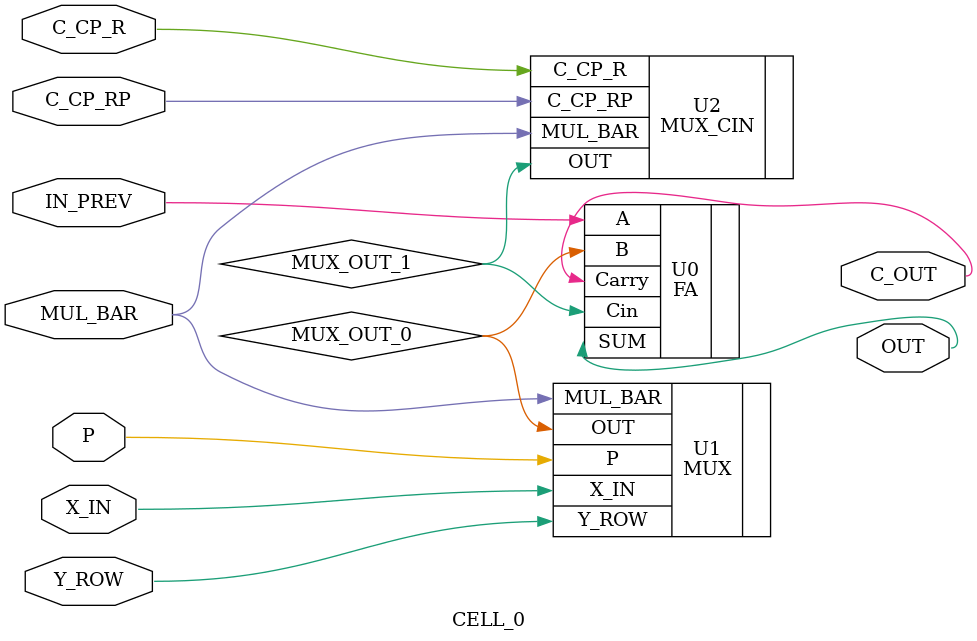
<source format=v>
module CELL_0(
    input  wire Y_ROW,
    input  wire X_IN,
    input  wire P,
    input  wire IN_PREV,
    input  wire MUL_BAR,
    input  wire C_CP_R,
    input  wire C_CP_RP,
    output wire C_OUT,
    output wire OUT 
);

wire MUX_OUT_0, MUX_OUT_1;

FA U0(
    .A(IN_PREV),
    .B(MUX_OUT_0),
    .Cin(MUX_OUT_1),
    .SUM(OUT),
    .Carry(C_OUT)
);

MUX U1(
    .Y_ROW(Y_ROW),
    .X_IN(X_IN),
    .P(P),
    .MUL_BAR(MUL_BAR),
    .OUT(MUX_OUT_0)
);

MUX_CIN U2(
    .C_CP_R(C_CP_R),
    .C_CP_RP(C_CP_RP),
    .MUL_BAR(MUL_BAR),
    .OUT(MUX_OUT_1)
);

endmodule

</source>
